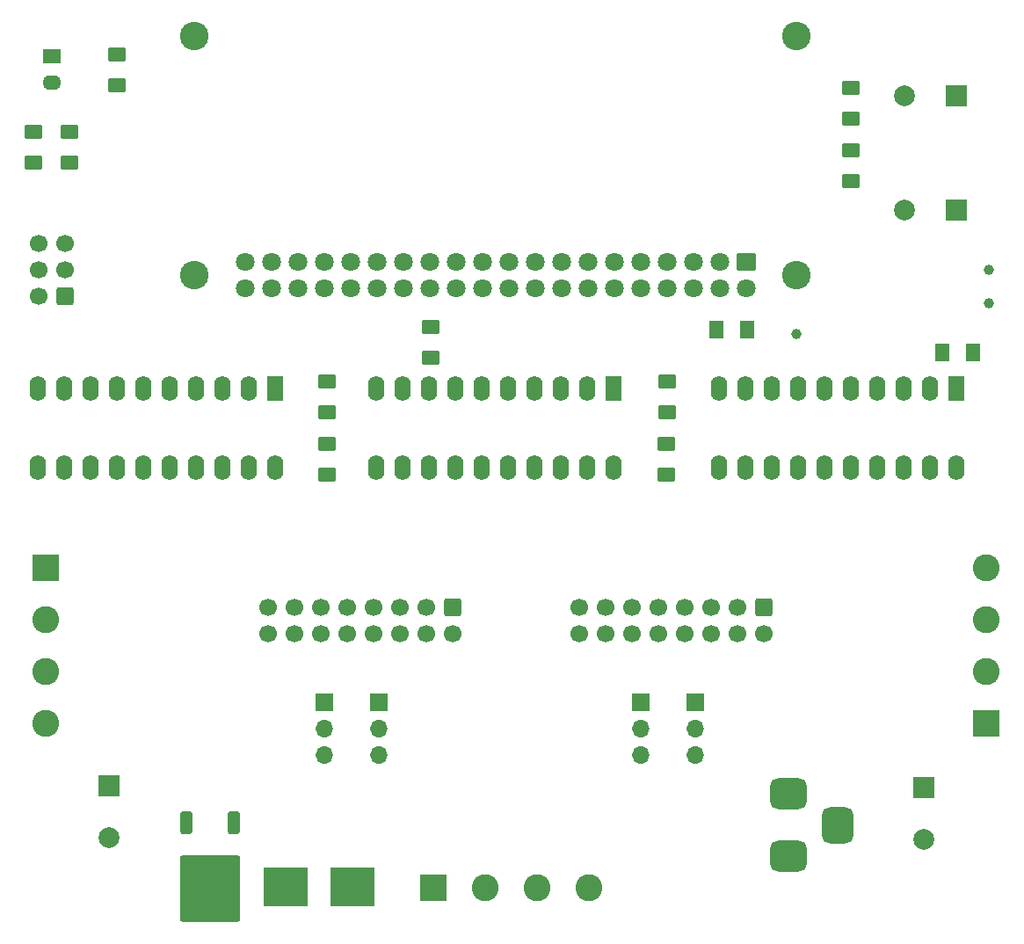
<source format=gbr>
%TF.GenerationSoftware,KiCad,Pcbnew,8.0.8*%
%TF.CreationDate,2025-02-10T11:59:03+01:00*%
%TF.ProjectId,HUB75Adapter,48554237-3541-4646-9170-7465722e6b69,V1.0*%
%TF.SameCoordinates,Original*%
%TF.FileFunction,Soldermask,Top*%
%TF.FilePolarity,Negative*%
%FSLAX46Y46*%
G04 Gerber Fmt 4.6, Leading zero omitted, Abs format (unit mm)*
G04 Created by KiCad (PCBNEW 8.0.8) date 2025-02-10 11:59:03*
%MOMM*%
%LPD*%
G01*
G04 APERTURE LIST*
G04 Aperture macros list*
%AMRoundRect*
0 Rectangle with rounded corners*
0 $1 Rounding radius*
0 $2 $3 $4 $5 $6 $7 $8 $9 X,Y pos of 4 corners*
0 Add a 4 corners polygon primitive as box body*
4,1,4,$2,$3,$4,$5,$6,$7,$8,$9,$2,$3,0*
0 Add four circle primitives for the rounded corners*
1,1,$1+$1,$2,$3*
1,1,$1+$1,$4,$5*
1,1,$1+$1,$6,$7*
1,1,$1+$1,$8,$9*
0 Add four rect primitives between the rounded corners*
20,1,$1+$1,$2,$3,$4,$5,0*
20,1,$1+$1,$4,$5,$6,$7,0*
20,1,$1+$1,$6,$7,$8,$9,0*
20,1,$1+$1,$8,$9,$2,$3,0*%
G04 Aperture macros list end*
%ADD10RoundRect,0.750000X1.000000X-0.750000X1.000000X0.750000X-1.000000X0.750000X-1.000000X-0.750000X0*%
%ADD11RoundRect,0.750000X0.750000X-1.000000X0.750000X1.000000X-0.750000X1.000000X-0.750000X-1.000000X0*%
%ADD12RoundRect,0.250001X0.624999X-0.462499X0.624999X0.462499X-0.624999X0.462499X-0.624999X-0.462499X0*%
%ADD13RoundRect,0.250001X0.462499X0.624999X-0.462499X0.624999X-0.462499X-0.624999X0.462499X-0.624999X0*%
%ADD14RoundRect,0.250001X-0.624999X0.462499X-0.624999X-0.462499X0.624999X-0.462499X0.624999X0.462499X0*%
%ADD15RoundRect,0.250001X-0.462499X-0.624999X0.462499X-0.624999X0.462499X0.624999X-0.462499X0.624999X0*%
%ADD16C,1.000000*%
%ADD17RoundRect,0.250000X-0.350000X0.850000X-0.350000X-0.850000X0.350000X-0.850000X0.350000X0.850000X0*%
%ADD18RoundRect,0.250000X-2.650000X2.950000X-2.650000X-2.950000X2.650000X-2.950000X2.650000X2.950000X0*%
%ADD19RoundRect,0.250000X-0.600000X0.600000X-0.600000X-0.600000X0.600000X-0.600000X0.600000X0.600000X0*%
%ADD20C,1.700000*%
%ADD21R,1.700000X1.700000*%
%ADD22O,1.700000X1.700000*%
%ADD23R,2.000000X2.000000*%
%ADD24C,2.000000*%
%ADD25R,1.600000X2.400000*%
%ADD26O,1.600000X2.400000*%
%ADD27R,4.240000X3.810000*%
%ADD28RoundRect,0.250000X0.600000X0.600000X-0.600000X0.600000X-0.600000X-0.600000X0.600000X-0.600000X0*%
%ADD29R,2.600000X2.600000*%
%ADD30C,2.600000*%
%ADD31R,1.800000X1.400000*%
%ADD32O,1.800000X1.400000*%
%ADD33C,2.750000*%
%ADD34RoundRect,0.102000X0.800000X0.754000X-0.800000X0.754000X-0.800000X-0.754000X0.800000X-0.754000X0*%
%ADD35C,1.804000*%
G04 APERTURE END LIST*
D10*
%TO.C,J1*%
X126250000Y-129250000D03*
X126250000Y-135250000D03*
D11*
X130950000Y-132250000D03*
%TD*%
D12*
%TO.C,C6*%
X81750000Y-89512500D03*
X81750000Y-92487500D03*
%TD*%
D13*
%TO.C,C9*%
X141012500Y-86750000D03*
X143987500Y-86750000D03*
%TD*%
D14*
%TO.C,C8*%
X114470000Y-98487500D03*
X114470000Y-95512500D03*
%TD*%
%TO.C,C7*%
X81750000Y-98487500D03*
X81750000Y-95512500D03*
%TD*%
%TO.C,C3*%
X53500000Y-68487500D03*
X53500000Y-65512500D03*
%TD*%
D15*
%TO.C,C2*%
X122237500Y-84500000D03*
X119262500Y-84500000D03*
%TD*%
D12*
%TO.C,C1*%
X57000000Y-65512500D03*
X57000000Y-68487500D03*
%TD*%
%TO.C,R1*%
X132250000Y-61262500D03*
X132250000Y-64237500D03*
%TD*%
D14*
%TO.C,R2*%
X132250000Y-70237500D03*
X132250000Y-67262500D03*
%TD*%
D16*
%TO.C,TP3*%
X127000000Y-85000000D03*
%TD*%
%TO.C,TP2*%
X145500000Y-78750000D03*
%TD*%
%TO.C,TP1*%
X145500000Y-82000000D03*
%TD*%
D17*
%TO.C,Q1*%
X72780000Y-132050000D03*
D18*
X70500000Y-138350000D03*
D17*
X68220000Y-132050000D03*
%TD*%
D19*
%TO.C,J6*%
X123890000Y-111247500D03*
D20*
X123890000Y-113787500D03*
X121350000Y-111247500D03*
X121350000Y-113787500D03*
X118810000Y-111247500D03*
X118810000Y-113787500D03*
X116270000Y-111247500D03*
X116270000Y-113787500D03*
X113730000Y-111247500D03*
X113730000Y-113787500D03*
X111190000Y-111247500D03*
X111190000Y-113787500D03*
X108650000Y-111247500D03*
X108650000Y-113787500D03*
X106110000Y-111247500D03*
X106110000Y-113787500D03*
%TD*%
D21*
%TO.C,J10*%
X86750000Y-120475000D03*
D22*
X86750000Y-123015000D03*
X86750000Y-125555000D03*
%TD*%
D23*
%TO.C,C4*%
X142367677Y-73000000D03*
D24*
X137367677Y-73000000D03*
%TD*%
D25*
%TO.C,U3*%
X109395000Y-90175000D03*
D26*
X106855000Y-90175000D03*
X104315000Y-90175000D03*
X101775000Y-90175000D03*
X99235000Y-90175000D03*
X96695000Y-90175000D03*
X94155000Y-90175000D03*
X91615000Y-90175000D03*
X89075000Y-90175000D03*
X86535000Y-90175000D03*
X86535000Y-97795000D03*
X89075000Y-97795000D03*
X91615000Y-97795000D03*
X94155000Y-97795000D03*
X96695000Y-97795000D03*
X99235000Y-97795000D03*
X101775000Y-97795000D03*
X104315000Y-97795000D03*
X106855000Y-97795000D03*
X109395000Y-97795000D03*
%TD*%
D21*
%TO.C,J8*%
X117250000Y-120475000D03*
D22*
X117250000Y-123015000D03*
X117250000Y-125555000D03*
%TD*%
D21*
%TO.C,J9*%
X112000000Y-120475000D03*
D22*
X112000000Y-123015000D03*
X112000000Y-125555000D03*
%TD*%
D27*
%TO.C,F1*%
X84185000Y-138250000D03*
X77815000Y-138250000D03*
%TD*%
D28*
%TO.C,J3*%
X56502500Y-81330000D03*
D20*
X53962500Y-81330000D03*
X56502500Y-78790000D03*
X53962500Y-78790000D03*
X56502500Y-76250000D03*
X53962500Y-76250000D03*
%TD*%
D23*
%TO.C,C5*%
X142367677Y-62000000D03*
D24*
X137367677Y-62000000D03*
%TD*%
D21*
%TO.C,J11*%
X81500000Y-120475000D03*
D22*
X81500000Y-123015000D03*
X81500000Y-125555000D03*
%TD*%
D29*
%TO.C,J5*%
X54695000Y-107500000D03*
D30*
X54695000Y-112500000D03*
X54695000Y-117500000D03*
X54695000Y-122500000D03*
%TD*%
D19*
%TO.C,J7*%
X93890000Y-111247500D03*
D20*
X93890000Y-113787500D03*
X91350000Y-111247500D03*
X91350000Y-113787500D03*
X88810000Y-111247500D03*
X88810000Y-113787500D03*
X86270000Y-111247500D03*
X86270000Y-113787500D03*
X83730000Y-111247500D03*
X83730000Y-113787500D03*
X81190000Y-111247500D03*
X81190000Y-113787500D03*
X78650000Y-111247500D03*
X78650000Y-113787500D03*
X76110000Y-111247500D03*
X76110000Y-113787500D03*
%TD*%
D25*
%TO.C,U2*%
X76750000Y-90175000D03*
D26*
X74210000Y-90175000D03*
X71670000Y-90175000D03*
X69130000Y-90175000D03*
X66590000Y-90175000D03*
X64050000Y-90175000D03*
X61510000Y-90175000D03*
X58970000Y-90175000D03*
X56430000Y-90175000D03*
X53890000Y-90175000D03*
X53890000Y-97795000D03*
X56430000Y-97795000D03*
X58970000Y-97795000D03*
X61510000Y-97795000D03*
X64050000Y-97795000D03*
X66590000Y-97795000D03*
X69130000Y-97795000D03*
X71670000Y-97795000D03*
X74210000Y-97795000D03*
X76750000Y-97795000D03*
%TD*%
D31*
%TO.C,LED1*%
X55250000Y-58225000D03*
D32*
X55250000Y-60765000D03*
%TD*%
D25*
%TO.C,U4*%
X142395000Y-90175000D03*
D26*
X139855000Y-90175000D03*
X137315000Y-90175000D03*
X134775000Y-90175000D03*
X132235000Y-90175000D03*
X129695000Y-90175000D03*
X127155000Y-90175000D03*
X124615000Y-90175000D03*
X122075000Y-90175000D03*
X119535000Y-90175000D03*
X119535000Y-97795000D03*
X122075000Y-97795000D03*
X124615000Y-97795000D03*
X127155000Y-97795000D03*
X129695000Y-97795000D03*
X132235000Y-97795000D03*
X134775000Y-97795000D03*
X137315000Y-97795000D03*
X139855000Y-97795000D03*
X142395000Y-97795000D03*
%TD*%
D29*
%TO.C,J4*%
X145305000Y-122500000D03*
D30*
X145305000Y-117500000D03*
X145305000Y-112500000D03*
X145305000Y-107500000D03*
%TD*%
D29*
%TO.C,J2*%
X92000000Y-138305000D03*
D30*
X97000000Y-138305000D03*
X102000000Y-138305000D03*
X107000000Y-138305000D03*
%TD*%
D14*
%TO.C,R4*%
X114500000Y-92487500D03*
X114500000Y-89512500D03*
%TD*%
D12*
%TO.C,R5*%
X91750000Y-84262500D03*
X91750000Y-87237500D03*
%TD*%
D23*
%TO.C,C11*%
X60750000Y-128500000D03*
D24*
X60750000Y-133500000D03*
%TD*%
D23*
%TO.C,C10*%
X139250000Y-128632323D03*
D24*
X139250000Y-133632323D03*
%TD*%
D12*
%TO.C,R3*%
X61500000Y-58012500D03*
X61500000Y-60987500D03*
%TD*%
D33*
%TO.C,U1*%
X127000000Y-79270000D03*
X127000000Y-56270000D03*
X69000000Y-79270000D03*
X69000000Y-56270000D03*
D34*
X122130000Y-78000000D03*
D35*
X122130000Y-80540000D03*
X119590000Y-78000000D03*
X119590000Y-80540000D03*
X117050000Y-78000000D03*
X117050000Y-80540000D03*
X114510000Y-78000000D03*
X114510000Y-80540000D03*
X111970000Y-78000000D03*
X111970000Y-80540000D03*
X109430000Y-78000000D03*
X109430000Y-80540000D03*
X106890000Y-78000000D03*
X106890000Y-80540000D03*
X104350000Y-78000000D03*
X104350000Y-80540000D03*
X101810000Y-78000000D03*
X101810000Y-80540000D03*
X99270000Y-78000000D03*
X99270000Y-80540000D03*
X96730000Y-78000000D03*
X96730000Y-80540000D03*
X94190000Y-78000000D03*
X94190000Y-80540000D03*
X91650000Y-78000000D03*
X91650000Y-80540000D03*
X89110000Y-78000000D03*
X89110000Y-80540000D03*
X86570000Y-78000000D03*
X86570000Y-80540000D03*
X84030000Y-78000000D03*
X84030000Y-80540000D03*
X81490000Y-78000000D03*
X81490000Y-80540000D03*
X78950000Y-78000000D03*
X78950000Y-80540000D03*
X76410000Y-78000000D03*
X76410000Y-80540000D03*
X73870000Y-78000000D03*
X73870000Y-80540000D03*
%TD*%
M02*

</source>
